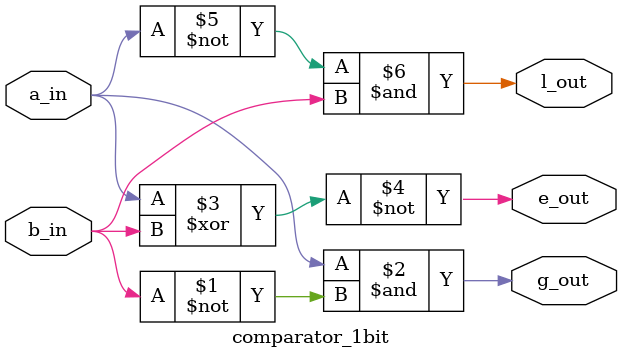
<source format=v>
`timescale 1ns / 1ps


module comparator_1bit(
        input a_in,
        input b_in,
        output g_out,
        output e_out,
        output l_out
    );
 assign g_out = a_in & ~b_in;
 assign e_out = ~(a_in ^ b_in);
 assign l_out = ~a_in & b_in;
endmodule

</source>
